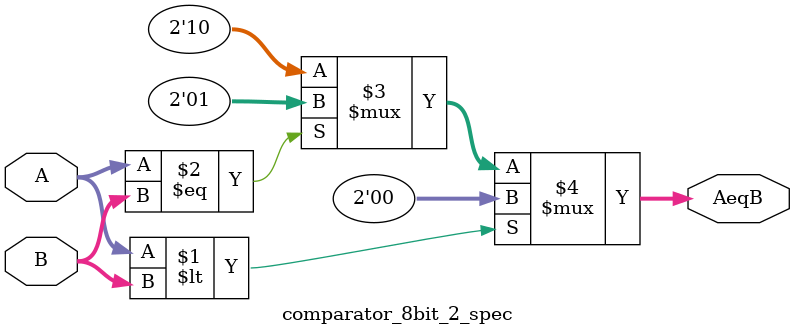
<source format=v>
module comparator_8bit_2_spec(input [7:0] A, input [7:0] B, output [1:0] AeqB);
  assign AeqB = (A < B) ? 2'b00 : 
                (A == B) ? 2'b01 : 
                2'b10;
endmodule

</source>
